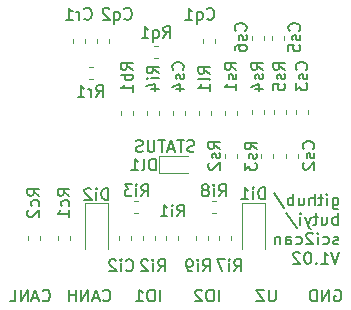
<source format=gbr>
G04 #@! TF.GenerationSoftware,KiCad,Pcbnew,5.1.6-c6e7f7d~86~ubuntu18.04.1*
G04 #@! TF.CreationDate,2020-06-11T15:17:01+02:00*
G04 #@! TF.ProjectId,sci2can,73636932-6361-46e2-9e6b-696361645f70,1.02*
G04 #@! TF.SameCoordinates,Original*
G04 #@! TF.FileFunction,Legend,Bot*
G04 #@! TF.FilePolarity,Positive*
%FSLAX46Y46*%
G04 Gerber Fmt 4.6, Leading zero omitted, Abs format (unit mm)*
G04 Created by KiCad (PCBNEW 5.1.6-c6e7f7d~86~ubuntu18.04.1) date 2020-06-11 15:17:01*
%MOMM*%
%LPD*%
G01*
G04 APERTURE LIST*
%ADD10C,0.200000*%
%ADD11C,0.150000*%
%ADD12C,0.120000*%
G04 APERTURE END LIST*
D10*
X224311904Y-100150000D02*
X224407142Y-100102380D01*
X224550000Y-100102380D01*
X224692857Y-100150000D01*
X224788095Y-100245238D01*
X224835714Y-100340476D01*
X224883333Y-100530952D01*
X224883333Y-100673809D01*
X224835714Y-100864285D01*
X224788095Y-100959523D01*
X224692857Y-101054761D01*
X224550000Y-101102380D01*
X224454761Y-101102380D01*
X224311904Y-101054761D01*
X224264285Y-101007142D01*
X224264285Y-100673809D01*
X224454761Y-100673809D01*
X223835714Y-101102380D02*
X223835714Y-100102380D01*
X223264285Y-101102380D01*
X223264285Y-100102380D01*
X222788095Y-101102380D02*
X222788095Y-100102380D01*
X222550000Y-100102380D01*
X222407142Y-100150000D01*
X222311904Y-100245238D01*
X222264285Y-100340476D01*
X222216666Y-100530952D01*
X222216666Y-100673809D01*
X222264285Y-100864285D01*
X222311904Y-100959523D01*
X222407142Y-101054761D01*
X222550000Y-101102380D01*
X222788095Y-101102380D01*
X214550000Y-101102380D02*
X214550000Y-100102380D01*
X213883333Y-100102380D02*
X213692857Y-100102380D01*
X213597619Y-100150000D01*
X213502380Y-100245238D01*
X213454761Y-100435714D01*
X213454761Y-100769047D01*
X213502380Y-100959523D01*
X213597619Y-101054761D01*
X213692857Y-101102380D01*
X213883333Y-101102380D01*
X213978571Y-101054761D01*
X214073809Y-100959523D01*
X214121428Y-100769047D01*
X214121428Y-100435714D01*
X214073809Y-100245238D01*
X213978571Y-100150000D01*
X213883333Y-100102380D01*
X213073809Y-100197619D02*
X213026190Y-100150000D01*
X212930952Y-100102380D01*
X212692857Y-100102380D01*
X212597619Y-100150000D01*
X212550000Y-100197619D01*
X212502380Y-100292857D01*
X212502380Y-100388095D01*
X212550000Y-100530952D01*
X213121428Y-101102380D01*
X212502380Y-101102380D01*
X219311904Y-100102380D02*
X219311904Y-100911904D01*
X219264285Y-101007142D01*
X219216666Y-101054761D01*
X219121428Y-101102380D01*
X218930952Y-101102380D01*
X218835714Y-101054761D01*
X218788095Y-101007142D01*
X218740476Y-100911904D01*
X218740476Y-100102380D01*
X218359523Y-100102380D02*
X217692857Y-100102380D01*
X218359523Y-101102380D01*
X217692857Y-101102380D01*
X209550000Y-101102380D02*
X209550000Y-100102380D01*
X208883333Y-100102380D02*
X208692857Y-100102380D01*
X208597619Y-100150000D01*
X208502380Y-100245238D01*
X208454761Y-100435714D01*
X208454761Y-100769047D01*
X208502380Y-100959523D01*
X208597619Y-101054761D01*
X208692857Y-101102380D01*
X208883333Y-101102380D01*
X208978571Y-101054761D01*
X209073809Y-100959523D01*
X209121428Y-100769047D01*
X209121428Y-100435714D01*
X209073809Y-100245238D01*
X208978571Y-100150000D01*
X208883333Y-100102380D01*
X207502380Y-101102380D02*
X208073809Y-101102380D01*
X207788095Y-101102380D02*
X207788095Y-100102380D01*
X207883333Y-100245238D01*
X207978571Y-100340476D01*
X208073809Y-100388095D01*
X204716666Y-101007142D02*
X204764285Y-101054761D01*
X204907142Y-101102380D01*
X205002380Y-101102380D01*
X205145238Y-101054761D01*
X205240476Y-100959523D01*
X205288095Y-100864285D01*
X205335714Y-100673809D01*
X205335714Y-100530952D01*
X205288095Y-100340476D01*
X205240476Y-100245238D01*
X205145238Y-100150000D01*
X205002380Y-100102380D01*
X204907142Y-100102380D01*
X204764285Y-100150000D01*
X204716666Y-100197619D01*
X204335714Y-100816666D02*
X203859523Y-100816666D01*
X204430952Y-101102380D02*
X204097619Y-100102380D01*
X203764285Y-101102380D01*
X203430952Y-101102380D02*
X203430952Y-100102380D01*
X202859523Y-101102380D01*
X202859523Y-100102380D01*
X202383333Y-101102380D02*
X202383333Y-100102380D01*
X202383333Y-100578571D02*
X201811904Y-100578571D01*
X201811904Y-101102380D02*
X201811904Y-100102380D01*
X199597619Y-101007142D02*
X199645238Y-101054761D01*
X199788095Y-101102380D01*
X199883333Y-101102380D01*
X200026190Y-101054761D01*
X200121428Y-100959523D01*
X200169047Y-100864285D01*
X200216666Y-100673809D01*
X200216666Y-100530952D01*
X200169047Y-100340476D01*
X200121428Y-100245238D01*
X200026190Y-100150000D01*
X199883333Y-100102380D01*
X199788095Y-100102380D01*
X199645238Y-100150000D01*
X199597619Y-100197619D01*
X199216666Y-100816666D02*
X198740476Y-100816666D01*
X199311904Y-101102380D02*
X198978571Y-100102380D01*
X198645238Y-101102380D01*
X198311904Y-101102380D02*
X198311904Y-100102380D01*
X197740476Y-101102380D01*
X197740476Y-100102380D01*
X196788095Y-101102380D02*
X197264285Y-101102380D01*
X197264285Y-100102380D01*
D11*
X224135833Y-92310714D02*
X224135833Y-93120238D01*
X224183452Y-93215476D01*
X224231071Y-93263095D01*
X224326309Y-93310714D01*
X224469166Y-93310714D01*
X224564404Y-93263095D01*
X224135833Y-92929761D02*
X224231071Y-92977380D01*
X224421547Y-92977380D01*
X224516785Y-92929761D01*
X224564404Y-92882142D01*
X224612023Y-92786904D01*
X224612023Y-92501190D01*
X224564404Y-92405952D01*
X224516785Y-92358333D01*
X224421547Y-92310714D01*
X224231071Y-92310714D01*
X224135833Y-92358333D01*
X223659642Y-92977380D02*
X223659642Y-92310714D01*
X223659642Y-91977380D02*
X223707261Y-92025000D01*
X223659642Y-92072619D01*
X223612023Y-92025000D01*
X223659642Y-91977380D01*
X223659642Y-92072619D01*
X223326309Y-92310714D02*
X222945357Y-92310714D01*
X223183452Y-91977380D02*
X223183452Y-92834523D01*
X223135833Y-92929761D01*
X223040595Y-92977380D01*
X222945357Y-92977380D01*
X222612023Y-92977380D02*
X222612023Y-91977380D01*
X222183452Y-92977380D02*
X222183452Y-92453571D01*
X222231071Y-92358333D01*
X222326309Y-92310714D01*
X222469166Y-92310714D01*
X222564404Y-92358333D01*
X222612023Y-92405952D01*
X221278690Y-92310714D02*
X221278690Y-92977380D01*
X221707261Y-92310714D02*
X221707261Y-92834523D01*
X221659642Y-92929761D01*
X221564404Y-92977380D01*
X221421547Y-92977380D01*
X221326309Y-92929761D01*
X221278690Y-92882142D01*
X220802500Y-92977380D02*
X220802500Y-91977380D01*
X220802500Y-92358333D02*
X220707261Y-92310714D01*
X220516785Y-92310714D01*
X220421547Y-92358333D01*
X220373928Y-92405952D01*
X220326309Y-92501190D01*
X220326309Y-92786904D01*
X220373928Y-92882142D01*
X220421547Y-92929761D01*
X220516785Y-92977380D01*
X220707261Y-92977380D01*
X220802500Y-92929761D01*
X219183452Y-91929761D02*
X220040595Y-93215476D01*
X224564404Y-94627380D02*
X224564404Y-93627380D01*
X224564404Y-94008333D02*
X224469166Y-93960714D01*
X224278690Y-93960714D01*
X224183452Y-94008333D01*
X224135833Y-94055952D01*
X224088214Y-94151190D01*
X224088214Y-94436904D01*
X224135833Y-94532142D01*
X224183452Y-94579761D01*
X224278690Y-94627380D01*
X224469166Y-94627380D01*
X224564404Y-94579761D01*
X223231071Y-93960714D02*
X223231071Y-94627380D01*
X223659642Y-93960714D02*
X223659642Y-94484523D01*
X223612023Y-94579761D01*
X223516785Y-94627380D01*
X223373928Y-94627380D01*
X223278690Y-94579761D01*
X223231071Y-94532142D01*
X222897738Y-93960714D02*
X222516785Y-93960714D01*
X222754880Y-93627380D02*
X222754880Y-94484523D01*
X222707261Y-94579761D01*
X222612023Y-94627380D01*
X222516785Y-94627380D01*
X222278690Y-93960714D02*
X222040595Y-94627380D01*
X221802500Y-93960714D02*
X222040595Y-94627380D01*
X222135833Y-94865476D01*
X222183452Y-94913095D01*
X222278690Y-94960714D01*
X221421547Y-94627380D02*
X221421547Y-93960714D01*
X221421547Y-93627380D02*
X221469166Y-93675000D01*
X221421547Y-93722619D01*
X221373928Y-93675000D01*
X221421547Y-93627380D01*
X221421547Y-93722619D01*
X220231071Y-93579761D02*
X221088214Y-94865476D01*
X224612023Y-96229761D02*
X224516785Y-96277380D01*
X224326309Y-96277380D01*
X224231071Y-96229761D01*
X224183452Y-96134523D01*
X224183452Y-96086904D01*
X224231071Y-95991666D01*
X224326309Y-95944047D01*
X224469166Y-95944047D01*
X224564404Y-95896428D01*
X224612023Y-95801190D01*
X224612023Y-95753571D01*
X224564404Y-95658333D01*
X224469166Y-95610714D01*
X224326309Y-95610714D01*
X224231071Y-95658333D01*
X223326309Y-96229761D02*
X223421547Y-96277380D01*
X223612023Y-96277380D01*
X223707261Y-96229761D01*
X223754880Y-96182142D01*
X223802500Y-96086904D01*
X223802500Y-95801190D01*
X223754880Y-95705952D01*
X223707261Y-95658333D01*
X223612023Y-95610714D01*
X223421547Y-95610714D01*
X223326309Y-95658333D01*
X222897738Y-96277380D02*
X222897738Y-95610714D01*
X222897738Y-95277380D02*
X222945357Y-95325000D01*
X222897738Y-95372619D01*
X222850119Y-95325000D01*
X222897738Y-95277380D01*
X222897738Y-95372619D01*
X222469166Y-95372619D02*
X222421547Y-95325000D01*
X222326309Y-95277380D01*
X222088214Y-95277380D01*
X221992976Y-95325000D01*
X221945357Y-95372619D01*
X221897738Y-95467857D01*
X221897738Y-95563095D01*
X221945357Y-95705952D01*
X222516785Y-96277380D01*
X221897738Y-96277380D01*
X221040595Y-96229761D02*
X221135833Y-96277380D01*
X221326309Y-96277380D01*
X221421547Y-96229761D01*
X221469166Y-96182142D01*
X221516785Y-96086904D01*
X221516785Y-95801190D01*
X221469166Y-95705952D01*
X221421547Y-95658333D01*
X221326309Y-95610714D01*
X221135833Y-95610714D01*
X221040595Y-95658333D01*
X220183452Y-96277380D02*
X220183452Y-95753571D01*
X220231071Y-95658333D01*
X220326309Y-95610714D01*
X220516785Y-95610714D01*
X220612023Y-95658333D01*
X220183452Y-96229761D02*
X220278690Y-96277380D01*
X220516785Y-96277380D01*
X220612023Y-96229761D01*
X220659642Y-96134523D01*
X220659642Y-96039285D01*
X220612023Y-95944047D01*
X220516785Y-95896428D01*
X220278690Y-95896428D01*
X220183452Y-95848809D01*
X219707261Y-95610714D02*
X219707261Y-96277380D01*
X219707261Y-95705952D02*
X219659642Y-95658333D01*
X219564404Y-95610714D01*
X219421547Y-95610714D01*
X219326309Y-95658333D01*
X219278690Y-95753571D01*
X219278690Y-96277380D01*
X224707261Y-96927380D02*
X224373928Y-97927380D01*
X224040595Y-96927380D01*
X223183452Y-97927380D02*
X223754880Y-97927380D01*
X223469166Y-97927380D02*
X223469166Y-96927380D01*
X223564404Y-97070238D01*
X223659642Y-97165476D01*
X223754880Y-97213095D01*
X222754880Y-97832142D02*
X222707261Y-97879761D01*
X222754880Y-97927380D01*
X222802500Y-97879761D01*
X222754880Y-97832142D01*
X222754880Y-97927380D01*
X222088214Y-96927380D02*
X221992976Y-96927380D01*
X221897738Y-96975000D01*
X221850119Y-97022619D01*
X221802500Y-97117857D01*
X221754880Y-97308333D01*
X221754880Y-97546428D01*
X221802500Y-97736904D01*
X221850119Y-97832142D01*
X221897738Y-97879761D01*
X221992976Y-97927380D01*
X222088214Y-97927380D01*
X222183452Y-97879761D01*
X222231071Y-97832142D01*
X222278690Y-97736904D01*
X222326309Y-97546428D01*
X222326309Y-97308333D01*
X222278690Y-97117857D01*
X222231071Y-97022619D01*
X222183452Y-96975000D01*
X222088214Y-96927380D01*
X221373928Y-97022619D02*
X221326309Y-96975000D01*
X221231071Y-96927380D01*
X220992976Y-96927380D01*
X220897738Y-96975000D01*
X220850119Y-97022619D01*
X220802500Y-97117857D01*
X220802500Y-97213095D01*
X220850119Y-97355952D01*
X221421547Y-97927380D01*
X220802500Y-97927380D01*
D12*
X203150000Y-92750000D02*
X205150000Y-92750000D01*
X205150000Y-92750000D02*
X205150000Y-96650000D01*
X203150000Y-92750000D02*
X203150000Y-96650000D01*
X216450000Y-92750000D02*
X218450000Y-92750000D01*
X218450000Y-92750000D02*
X218450000Y-96650000D01*
X216450000Y-92750000D02*
X216450000Y-96650000D01*
X213560000Y-95896267D02*
X213560000Y-95553733D01*
X212540000Y-95896267D02*
X212540000Y-95553733D01*
X213953733Y-93610000D02*
X214296267Y-93610000D01*
X213953733Y-92590000D02*
X214296267Y-92590000D01*
X214540000Y-95553733D02*
X214540000Y-95896267D01*
X215560000Y-95553733D02*
X215560000Y-95896267D01*
X221040000Y-85271267D02*
X221040000Y-84928733D01*
X222060000Y-85271267D02*
X222060000Y-84928733D01*
X217340000Y-78946267D02*
X217340000Y-78603733D01*
X218360000Y-78946267D02*
X218360000Y-78603733D01*
X221210000Y-88653733D02*
X221210000Y-88996267D01*
X220190000Y-88653733D02*
X220190000Y-88996267D01*
X219140000Y-84928733D02*
X219140000Y-85271267D01*
X220160000Y-84928733D02*
X220160000Y-85271267D01*
X217290000Y-84928733D02*
X217290000Y-85271267D01*
X218310000Y-84928733D02*
X218310000Y-85271267D01*
X219110000Y-88971267D02*
X219110000Y-88628733D01*
X218090000Y-88971267D02*
X218090000Y-88628733D01*
X210040000Y-95553733D02*
X210040000Y-95896267D01*
X211060000Y-95553733D02*
X211060000Y-95896267D01*
X209460000Y-85296267D02*
X209460000Y-84953733D01*
X208440000Y-85296267D02*
X208440000Y-84953733D01*
X206090000Y-95553733D02*
X206090000Y-95896267D01*
X207110000Y-95553733D02*
X207110000Y-95896267D01*
X215040000Y-88628733D02*
X215040000Y-88971267D01*
X216060000Y-88628733D02*
X216060000Y-88971267D01*
X216060000Y-85296267D02*
X216060000Y-84953733D01*
X215040000Y-85296267D02*
X215040000Y-84953733D01*
X209110000Y-95553733D02*
X209110000Y-95896267D01*
X208090000Y-95553733D02*
X208090000Y-95896267D01*
X200890000Y-95578733D02*
X200890000Y-95921267D01*
X201910000Y-95578733D02*
X201910000Y-95921267D01*
X198340000Y-95578733D02*
X198340000Y-95921267D01*
X199360000Y-95578733D02*
X199360000Y-95921267D01*
X209371267Y-79490000D02*
X209028733Y-79490000D01*
X209371267Y-80510000D02*
X209028733Y-80510000D01*
X207696267Y-93610000D02*
X207353733Y-93610000D01*
X207696267Y-92590000D02*
X207353733Y-92590000D01*
X212790000Y-84953733D02*
X212790000Y-85296267D01*
X213810000Y-84953733D02*
X213810000Y-85296267D01*
X203478733Y-82310000D02*
X203821267Y-82310000D01*
X203478733Y-81290000D02*
X203821267Y-81290000D01*
X206240000Y-84953733D02*
X206240000Y-85296267D01*
X207260000Y-84953733D02*
X207260000Y-85296267D01*
X211900000Y-90235000D02*
X209440000Y-90235000D01*
X209440000Y-90235000D02*
X209440000Y-88765000D01*
X209440000Y-88765000D02*
X211900000Y-88765000D01*
X205210000Y-79221267D02*
X205210000Y-78878733D01*
X204190000Y-79221267D02*
X204190000Y-78878733D01*
X214160000Y-79221267D02*
X214160000Y-78878733D01*
X213140000Y-79221267D02*
X213140000Y-78878733D01*
X203160000Y-79221267D02*
X203160000Y-78878733D01*
X202140000Y-79221267D02*
X202140000Y-78878733D01*
X220060000Y-78946267D02*
X220060000Y-78603733D01*
X219040000Y-78946267D02*
X219040000Y-78603733D01*
X210590000Y-84953733D02*
X210590000Y-85296267D01*
X211610000Y-84953733D02*
X211610000Y-85296267D01*
D11*
X205126190Y-92502380D02*
X205126190Y-91502380D01*
X204888095Y-91502380D01*
X204745238Y-91550000D01*
X204650000Y-91645238D01*
X204602380Y-91740476D01*
X204554761Y-91930952D01*
X204554761Y-92073809D01*
X204602380Y-92264285D01*
X204650000Y-92359523D01*
X204745238Y-92454761D01*
X204888095Y-92502380D01*
X205126190Y-92502380D01*
X204126190Y-92502380D02*
X204126190Y-91835714D01*
X204126190Y-91502380D02*
X204173809Y-91550000D01*
X204126190Y-91597619D01*
X204078571Y-91550000D01*
X204126190Y-91502380D01*
X204126190Y-91597619D01*
X203697619Y-91597619D02*
X203650000Y-91550000D01*
X203554761Y-91502380D01*
X203316666Y-91502380D01*
X203221428Y-91550000D01*
X203173809Y-91597619D01*
X203126190Y-91692857D01*
X203126190Y-91788095D01*
X203173809Y-91930952D01*
X203745238Y-92502380D01*
X203126190Y-92502380D01*
X218426190Y-92452380D02*
X218426190Y-91452380D01*
X218188095Y-91452380D01*
X218045238Y-91500000D01*
X217950000Y-91595238D01*
X217902380Y-91690476D01*
X217854761Y-91880952D01*
X217854761Y-92023809D01*
X217902380Y-92214285D01*
X217950000Y-92309523D01*
X218045238Y-92404761D01*
X218188095Y-92452380D01*
X218426190Y-92452380D01*
X217426190Y-92452380D02*
X217426190Y-91785714D01*
X217426190Y-91452380D02*
X217473809Y-91500000D01*
X217426190Y-91547619D01*
X217378571Y-91500000D01*
X217426190Y-91452380D01*
X217426190Y-91547619D01*
X216426190Y-92452380D02*
X216997619Y-92452380D01*
X216711904Y-92452380D02*
X216711904Y-91452380D01*
X216807142Y-91595238D01*
X216902380Y-91690476D01*
X216997619Y-91738095D01*
X213154761Y-98552380D02*
X213488095Y-98076190D01*
X213726190Y-98552380D02*
X213726190Y-97552380D01*
X213345238Y-97552380D01*
X213250000Y-97600000D01*
X213202380Y-97647619D01*
X213154761Y-97742857D01*
X213154761Y-97885714D01*
X213202380Y-97980952D01*
X213250000Y-98028571D01*
X213345238Y-98076190D01*
X213726190Y-98076190D01*
X212726190Y-98552380D02*
X212726190Y-97885714D01*
X212726190Y-97552380D02*
X212773809Y-97600000D01*
X212726190Y-97647619D01*
X212678571Y-97600000D01*
X212726190Y-97552380D01*
X212726190Y-97647619D01*
X212202380Y-98552380D02*
X212011904Y-98552380D01*
X211916666Y-98504761D01*
X211869047Y-98457142D01*
X211773809Y-98314285D01*
X211726190Y-98123809D01*
X211726190Y-97742857D01*
X211773809Y-97647619D01*
X211821428Y-97600000D01*
X211916666Y-97552380D01*
X212107142Y-97552380D01*
X212202380Y-97600000D01*
X212250000Y-97647619D01*
X212297619Y-97742857D01*
X212297619Y-97980952D01*
X212250000Y-98076190D01*
X212202380Y-98123809D01*
X212107142Y-98171428D01*
X211916666Y-98171428D01*
X211821428Y-98123809D01*
X211773809Y-98076190D01*
X211726190Y-97980952D01*
X214504761Y-92202380D02*
X214838095Y-91726190D01*
X215076190Y-92202380D02*
X215076190Y-91202380D01*
X214695238Y-91202380D01*
X214600000Y-91250000D01*
X214552380Y-91297619D01*
X214504761Y-91392857D01*
X214504761Y-91535714D01*
X214552380Y-91630952D01*
X214600000Y-91678571D01*
X214695238Y-91726190D01*
X215076190Y-91726190D01*
X214076190Y-92202380D02*
X214076190Y-91535714D01*
X214076190Y-91202380D02*
X214123809Y-91250000D01*
X214076190Y-91297619D01*
X214028571Y-91250000D01*
X214076190Y-91202380D01*
X214076190Y-91297619D01*
X213457142Y-91630952D02*
X213552380Y-91583333D01*
X213600000Y-91535714D01*
X213647619Y-91440476D01*
X213647619Y-91392857D01*
X213600000Y-91297619D01*
X213552380Y-91250000D01*
X213457142Y-91202380D01*
X213266666Y-91202380D01*
X213171428Y-91250000D01*
X213123809Y-91297619D01*
X213076190Y-91392857D01*
X213076190Y-91440476D01*
X213123809Y-91535714D01*
X213171428Y-91583333D01*
X213266666Y-91630952D01*
X213457142Y-91630952D01*
X213552380Y-91678571D01*
X213600000Y-91726190D01*
X213647619Y-91821428D01*
X213647619Y-92011904D01*
X213600000Y-92107142D01*
X213552380Y-92154761D01*
X213457142Y-92202380D01*
X213266666Y-92202380D01*
X213171428Y-92154761D01*
X213123809Y-92107142D01*
X213076190Y-92011904D01*
X213076190Y-91821428D01*
X213123809Y-91726190D01*
X213171428Y-91678571D01*
X213266666Y-91630952D01*
X215804761Y-98552380D02*
X216138095Y-98076190D01*
X216376190Y-98552380D02*
X216376190Y-97552380D01*
X215995238Y-97552380D01*
X215900000Y-97600000D01*
X215852380Y-97647619D01*
X215804761Y-97742857D01*
X215804761Y-97885714D01*
X215852380Y-97980952D01*
X215900000Y-98028571D01*
X215995238Y-98076190D01*
X216376190Y-98076190D01*
X215376190Y-98552380D02*
X215376190Y-97885714D01*
X215376190Y-97552380D02*
X215423809Y-97600000D01*
X215376190Y-97647619D01*
X215328571Y-97600000D01*
X215376190Y-97552380D01*
X215376190Y-97647619D01*
X214995238Y-97552380D02*
X214328571Y-97552380D01*
X214757142Y-98552380D01*
X221907142Y-81478571D02*
X221954761Y-81430952D01*
X222002380Y-81288095D01*
X222002380Y-81192857D01*
X221954761Y-81050000D01*
X221859523Y-80954761D01*
X221764285Y-80907142D01*
X221573809Y-80859523D01*
X221430952Y-80859523D01*
X221240476Y-80907142D01*
X221145238Y-80954761D01*
X221050000Y-81050000D01*
X221002380Y-81192857D01*
X221002380Y-81288095D01*
X221050000Y-81430952D01*
X221097619Y-81478571D01*
X221954761Y-81859523D02*
X222002380Y-81954761D01*
X222002380Y-82145238D01*
X221954761Y-82240476D01*
X221859523Y-82288095D01*
X221811904Y-82288095D01*
X221716666Y-82240476D01*
X221669047Y-82145238D01*
X221669047Y-82002380D01*
X221621428Y-81907142D01*
X221526190Y-81859523D01*
X221478571Y-81859523D01*
X221383333Y-81907142D01*
X221335714Y-82002380D01*
X221335714Y-82145238D01*
X221383333Y-82240476D01*
X221002380Y-82621428D02*
X221002380Y-83240476D01*
X221383333Y-82907142D01*
X221383333Y-83050000D01*
X221430952Y-83145238D01*
X221478571Y-83192857D01*
X221573809Y-83240476D01*
X221811904Y-83240476D01*
X221907142Y-83192857D01*
X221954761Y-83145238D01*
X222002380Y-83050000D01*
X222002380Y-82764285D01*
X221954761Y-82669047D01*
X221907142Y-82621428D01*
X216757142Y-78178571D02*
X216804761Y-78130952D01*
X216852380Y-77988095D01*
X216852380Y-77892857D01*
X216804761Y-77750000D01*
X216709523Y-77654761D01*
X216614285Y-77607142D01*
X216423809Y-77559523D01*
X216280952Y-77559523D01*
X216090476Y-77607142D01*
X215995238Y-77654761D01*
X215900000Y-77750000D01*
X215852380Y-77892857D01*
X215852380Y-77988095D01*
X215900000Y-78130952D01*
X215947619Y-78178571D01*
X216804761Y-78559523D02*
X216852380Y-78654761D01*
X216852380Y-78845238D01*
X216804761Y-78940476D01*
X216709523Y-78988095D01*
X216661904Y-78988095D01*
X216566666Y-78940476D01*
X216519047Y-78845238D01*
X216519047Y-78702380D01*
X216471428Y-78607142D01*
X216376190Y-78559523D01*
X216328571Y-78559523D01*
X216233333Y-78607142D01*
X216185714Y-78702380D01*
X216185714Y-78845238D01*
X216233333Y-78940476D01*
X215852380Y-79845238D02*
X215852380Y-79654761D01*
X215900000Y-79559523D01*
X215947619Y-79511904D01*
X216090476Y-79416666D01*
X216280952Y-79369047D01*
X216661904Y-79369047D01*
X216757142Y-79416666D01*
X216804761Y-79464285D01*
X216852380Y-79559523D01*
X216852380Y-79750000D01*
X216804761Y-79845238D01*
X216757142Y-79892857D01*
X216661904Y-79940476D01*
X216423809Y-79940476D01*
X216328571Y-79892857D01*
X216280952Y-79845238D01*
X216233333Y-79750000D01*
X216233333Y-79559523D01*
X216280952Y-79464285D01*
X216328571Y-79416666D01*
X216423809Y-79369047D01*
X217702380Y-88228571D02*
X217226190Y-87895238D01*
X217702380Y-87657142D02*
X216702380Y-87657142D01*
X216702380Y-88038095D01*
X216750000Y-88133333D01*
X216797619Y-88180952D01*
X216892857Y-88228571D01*
X217035714Y-88228571D01*
X217130952Y-88180952D01*
X217178571Y-88133333D01*
X217226190Y-88038095D01*
X217226190Y-87657142D01*
X217654761Y-88609523D02*
X217702380Y-88704761D01*
X217702380Y-88895238D01*
X217654761Y-88990476D01*
X217559523Y-89038095D01*
X217511904Y-89038095D01*
X217416666Y-88990476D01*
X217369047Y-88895238D01*
X217369047Y-88752380D01*
X217321428Y-88657142D01*
X217226190Y-88609523D01*
X217178571Y-88609523D01*
X217083333Y-88657142D01*
X217035714Y-88752380D01*
X217035714Y-88895238D01*
X217083333Y-88990476D01*
X216702380Y-89371428D02*
X216702380Y-89990476D01*
X217083333Y-89657142D01*
X217083333Y-89800000D01*
X217130952Y-89895238D01*
X217178571Y-89942857D01*
X217273809Y-89990476D01*
X217511904Y-89990476D01*
X217607142Y-89942857D01*
X217654761Y-89895238D01*
X217702380Y-89800000D01*
X217702380Y-89514285D01*
X217654761Y-89419047D01*
X217607142Y-89371428D01*
X220102380Y-81478571D02*
X219626190Y-81145238D01*
X220102380Y-80907142D02*
X219102380Y-80907142D01*
X219102380Y-81288095D01*
X219150000Y-81383333D01*
X219197619Y-81430952D01*
X219292857Y-81478571D01*
X219435714Y-81478571D01*
X219530952Y-81430952D01*
X219578571Y-81383333D01*
X219626190Y-81288095D01*
X219626190Y-80907142D01*
X220054761Y-81859523D02*
X220102380Y-81954761D01*
X220102380Y-82145238D01*
X220054761Y-82240476D01*
X219959523Y-82288095D01*
X219911904Y-82288095D01*
X219816666Y-82240476D01*
X219769047Y-82145238D01*
X219769047Y-82002380D01*
X219721428Y-81907142D01*
X219626190Y-81859523D01*
X219578571Y-81859523D01*
X219483333Y-81907142D01*
X219435714Y-82002380D01*
X219435714Y-82145238D01*
X219483333Y-82240476D01*
X219102380Y-83192857D02*
X219102380Y-82716666D01*
X219578571Y-82669047D01*
X219530952Y-82716666D01*
X219483333Y-82811904D01*
X219483333Y-83050000D01*
X219530952Y-83145238D01*
X219578571Y-83192857D01*
X219673809Y-83240476D01*
X219911904Y-83240476D01*
X220007142Y-83192857D01*
X220054761Y-83145238D01*
X220102380Y-83050000D01*
X220102380Y-82811904D01*
X220054761Y-82716666D01*
X220007142Y-82669047D01*
X218252380Y-81478571D02*
X217776190Y-81145238D01*
X218252380Y-80907142D02*
X217252380Y-80907142D01*
X217252380Y-81288095D01*
X217300000Y-81383333D01*
X217347619Y-81430952D01*
X217442857Y-81478571D01*
X217585714Y-81478571D01*
X217680952Y-81430952D01*
X217728571Y-81383333D01*
X217776190Y-81288095D01*
X217776190Y-80907142D01*
X218204761Y-81859523D02*
X218252380Y-81954761D01*
X218252380Y-82145238D01*
X218204761Y-82240476D01*
X218109523Y-82288095D01*
X218061904Y-82288095D01*
X217966666Y-82240476D01*
X217919047Y-82145238D01*
X217919047Y-82002380D01*
X217871428Y-81907142D01*
X217776190Y-81859523D01*
X217728571Y-81859523D01*
X217633333Y-81907142D01*
X217585714Y-82002380D01*
X217585714Y-82145238D01*
X217633333Y-82240476D01*
X217585714Y-83145238D02*
X218252380Y-83145238D01*
X217204761Y-82907142D02*
X217919047Y-82669047D01*
X217919047Y-83288095D01*
X222507142Y-88178571D02*
X222554761Y-88130952D01*
X222602380Y-87988095D01*
X222602380Y-87892857D01*
X222554761Y-87750000D01*
X222459523Y-87654761D01*
X222364285Y-87607142D01*
X222173809Y-87559523D01*
X222030952Y-87559523D01*
X221840476Y-87607142D01*
X221745238Y-87654761D01*
X221650000Y-87750000D01*
X221602380Y-87892857D01*
X221602380Y-87988095D01*
X221650000Y-88130952D01*
X221697619Y-88178571D01*
X222554761Y-88559523D02*
X222602380Y-88654761D01*
X222602380Y-88845238D01*
X222554761Y-88940476D01*
X222459523Y-88988095D01*
X222411904Y-88988095D01*
X222316666Y-88940476D01*
X222269047Y-88845238D01*
X222269047Y-88702380D01*
X222221428Y-88607142D01*
X222126190Y-88559523D01*
X222078571Y-88559523D01*
X221983333Y-88607142D01*
X221935714Y-88702380D01*
X221935714Y-88845238D01*
X221983333Y-88940476D01*
X221697619Y-89369047D02*
X221650000Y-89416666D01*
X221602380Y-89511904D01*
X221602380Y-89750000D01*
X221650000Y-89845238D01*
X221697619Y-89892857D01*
X221792857Y-89940476D01*
X221888095Y-89940476D01*
X222030952Y-89892857D01*
X222602380Y-89321428D01*
X222602380Y-89940476D01*
X211004761Y-93902380D02*
X211338095Y-93426190D01*
X211576190Y-93902380D02*
X211576190Y-92902380D01*
X211195238Y-92902380D01*
X211100000Y-92950000D01*
X211052380Y-92997619D01*
X211004761Y-93092857D01*
X211004761Y-93235714D01*
X211052380Y-93330952D01*
X211100000Y-93378571D01*
X211195238Y-93426190D01*
X211576190Y-93426190D01*
X210576190Y-93902380D02*
X210576190Y-93235714D01*
X210576190Y-92902380D02*
X210623809Y-92950000D01*
X210576190Y-92997619D01*
X210528571Y-92950000D01*
X210576190Y-92902380D01*
X210576190Y-92997619D01*
X209576190Y-93902380D02*
X210147619Y-93902380D01*
X209861904Y-93902380D02*
X209861904Y-92902380D01*
X209957142Y-93045238D01*
X210052380Y-93140476D01*
X210147619Y-93188095D01*
X209402380Y-81795238D02*
X208926190Y-81461904D01*
X209402380Y-81223809D02*
X208402380Y-81223809D01*
X208402380Y-81604761D01*
X208450000Y-81700000D01*
X208497619Y-81747619D01*
X208592857Y-81795238D01*
X208735714Y-81795238D01*
X208830952Y-81747619D01*
X208878571Y-81700000D01*
X208926190Y-81604761D01*
X208926190Y-81223809D01*
X209402380Y-82223809D02*
X208735714Y-82223809D01*
X208402380Y-82223809D02*
X208450000Y-82176190D01*
X208497619Y-82223809D01*
X208450000Y-82271428D01*
X208402380Y-82223809D01*
X208497619Y-82223809D01*
X208735714Y-83128571D02*
X209402380Y-83128571D01*
X208354761Y-82890476D02*
X209069047Y-82652380D01*
X209069047Y-83271428D01*
X206654761Y-98457142D02*
X206702380Y-98504761D01*
X206845238Y-98552380D01*
X206940476Y-98552380D01*
X207083333Y-98504761D01*
X207178571Y-98409523D01*
X207226190Y-98314285D01*
X207273809Y-98123809D01*
X207273809Y-97980952D01*
X207226190Y-97790476D01*
X207178571Y-97695238D01*
X207083333Y-97600000D01*
X206940476Y-97552380D01*
X206845238Y-97552380D01*
X206702380Y-97600000D01*
X206654761Y-97647619D01*
X206226190Y-98552380D02*
X206226190Y-97885714D01*
X206226190Y-97552380D02*
X206273809Y-97600000D01*
X206226190Y-97647619D01*
X206178571Y-97600000D01*
X206226190Y-97552380D01*
X206226190Y-97647619D01*
X205797619Y-97647619D02*
X205750000Y-97600000D01*
X205654761Y-97552380D01*
X205416666Y-97552380D01*
X205321428Y-97600000D01*
X205273809Y-97647619D01*
X205226190Y-97742857D01*
X205226190Y-97838095D01*
X205273809Y-97980952D01*
X205845238Y-98552380D01*
X205226190Y-98552380D01*
X214602380Y-88178571D02*
X214126190Y-87845238D01*
X214602380Y-87607142D02*
X213602380Y-87607142D01*
X213602380Y-87988095D01*
X213650000Y-88083333D01*
X213697619Y-88130952D01*
X213792857Y-88178571D01*
X213935714Y-88178571D01*
X214030952Y-88130952D01*
X214078571Y-88083333D01*
X214126190Y-87988095D01*
X214126190Y-87607142D01*
X214554761Y-88559523D02*
X214602380Y-88654761D01*
X214602380Y-88845238D01*
X214554761Y-88940476D01*
X214459523Y-88988095D01*
X214411904Y-88988095D01*
X214316666Y-88940476D01*
X214269047Y-88845238D01*
X214269047Y-88702380D01*
X214221428Y-88607142D01*
X214126190Y-88559523D01*
X214078571Y-88559523D01*
X213983333Y-88607142D01*
X213935714Y-88702380D01*
X213935714Y-88845238D01*
X213983333Y-88940476D01*
X213697619Y-89369047D02*
X213650000Y-89416666D01*
X213602380Y-89511904D01*
X213602380Y-89750000D01*
X213650000Y-89845238D01*
X213697619Y-89892857D01*
X213792857Y-89940476D01*
X213888095Y-89940476D01*
X214030952Y-89892857D01*
X214602380Y-89321428D01*
X214602380Y-89940476D01*
X216002380Y-81478571D02*
X215526190Y-81145238D01*
X216002380Y-80907142D02*
X215002380Y-80907142D01*
X215002380Y-81288095D01*
X215050000Y-81383333D01*
X215097619Y-81430952D01*
X215192857Y-81478571D01*
X215335714Y-81478571D01*
X215430952Y-81430952D01*
X215478571Y-81383333D01*
X215526190Y-81288095D01*
X215526190Y-80907142D01*
X215954761Y-81859523D02*
X216002380Y-81954761D01*
X216002380Y-82145238D01*
X215954761Y-82240476D01*
X215859523Y-82288095D01*
X215811904Y-82288095D01*
X215716666Y-82240476D01*
X215669047Y-82145238D01*
X215669047Y-82002380D01*
X215621428Y-81907142D01*
X215526190Y-81859523D01*
X215478571Y-81859523D01*
X215383333Y-81907142D01*
X215335714Y-82002380D01*
X215335714Y-82145238D01*
X215383333Y-82240476D01*
X216002380Y-83240476D02*
X216002380Y-82669047D01*
X216002380Y-82954761D02*
X215002380Y-82954761D01*
X215145238Y-82859523D01*
X215240476Y-82764285D01*
X215288095Y-82669047D01*
X209354761Y-98552380D02*
X209688095Y-98076190D01*
X209926190Y-98552380D02*
X209926190Y-97552380D01*
X209545238Y-97552380D01*
X209450000Y-97600000D01*
X209402380Y-97647619D01*
X209354761Y-97742857D01*
X209354761Y-97885714D01*
X209402380Y-97980952D01*
X209450000Y-98028571D01*
X209545238Y-98076190D01*
X209926190Y-98076190D01*
X208926190Y-98552380D02*
X208926190Y-97885714D01*
X208926190Y-97552380D02*
X208973809Y-97600000D01*
X208926190Y-97647619D01*
X208878571Y-97600000D01*
X208926190Y-97552380D01*
X208926190Y-97647619D01*
X208497619Y-97647619D02*
X208450000Y-97600000D01*
X208354761Y-97552380D01*
X208116666Y-97552380D01*
X208021428Y-97600000D01*
X207973809Y-97647619D01*
X207926190Y-97742857D01*
X207926190Y-97838095D01*
X207973809Y-97980952D01*
X208545238Y-98552380D01*
X207926190Y-98552380D01*
X201852380Y-92154761D02*
X201376190Y-91821428D01*
X201852380Y-91583333D02*
X200852380Y-91583333D01*
X200852380Y-91964285D01*
X200900000Y-92059523D01*
X200947619Y-92107142D01*
X201042857Y-92154761D01*
X201185714Y-92154761D01*
X201280952Y-92107142D01*
X201328571Y-92059523D01*
X201376190Y-91964285D01*
X201376190Y-91583333D01*
X201804761Y-93011904D02*
X201852380Y-92916666D01*
X201852380Y-92726190D01*
X201804761Y-92630952D01*
X201757142Y-92583333D01*
X201661904Y-92535714D01*
X201376190Y-92535714D01*
X201280952Y-92583333D01*
X201233333Y-92630952D01*
X201185714Y-92726190D01*
X201185714Y-92916666D01*
X201233333Y-93011904D01*
X201852380Y-93964285D02*
X201852380Y-93392857D01*
X201852380Y-93678571D02*
X200852380Y-93678571D01*
X200995238Y-93583333D01*
X201090476Y-93488095D01*
X201138095Y-93392857D01*
X199302380Y-92154761D02*
X198826190Y-91821428D01*
X199302380Y-91583333D02*
X198302380Y-91583333D01*
X198302380Y-91964285D01*
X198350000Y-92059523D01*
X198397619Y-92107142D01*
X198492857Y-92154761D01*
X198635714Y-92154761D01*
X198730952Y-92107142D01*
X198778571Y-92059523D01*
X198826190Y-91964285D01*
X198826190Y-91583333D01*
X199254761Y-93011904D02*
X199302380Y-92916666D01*
X199302380Y-92726190D01*
X199254761Y-92630952D01*
X199207142Y-92583333D01*
X199111904Y-92535714D01*
X198826190Y-92535714D01*
X198730952Y-92583333D01*
X198683333Y-92630952D01*
X198635714Y-92726190D01*
X198635714Y-92916666D01*
X198683333Y-93011904D01*
X198397619Y-93392857D02*
X198350000Y-93440476D01*
X198302380Y-93535714D01*
X198302380Y-93773809D01*
X198350000Y-93869047D01*
X198397619Y-93916666D01*
X198492857Y-93964285D01*
X198588095Y-93964285D01*
X198730952Y-93916666D01*
X199302380Y-93345238D01*
X199302380Y-93964285D01*
X209819047Y-78802380D02*
X210152380Y-78326190D01*
X210390476Y-78802380D02*
X210390476Y-77802380D01*
X210009523Y-77802380D01*
X209914285Y-77850000D01*
X209866666Y-77897619D01*
X209819047Y-77992857D01*
X209819047Y-78135714D01*
X209866666Y-78230952D01*
X209914285Y-78278571D01*
X210009523Y-78326190D01*
X210390476Y-78326190D01*
X208961904Y-78135714D02*
X208961904Y-79135714D01*
X208961904Y-78754761D02*
X209057142Y-78802380D01*
X209247619Y-78802380D01*
X209342857Y-78754761D01*
X209390476Y-78707142D01*
X209438095Y-78611904D01*
X209438095Y-78326190D01*
X209390476Y-78230952D01*
X209342857Y-78183333D01*
X209247619Y-78135714D01*
X209057142Y-78135714D01*
X208961904Y-78183333D01*
X207961904Y-78802380D02*
X208533333Y-78802380D01*
X208247619Y-78802380D02*
X208247619Y-77802380D01*
X208342857Y-77945238D01*
X208438095Y-78040476D01*
X208533333Y-78088095D01*
X207954761Y-92202380D02*
X208288095Y-91726190D01*
X208526190Y-92202380D02*
X208526190Y-91202380D01*
X208145238Y-91202380D01*
X208050000Y-91250000D01*
X208002380Y-91297619D01*
X207954761Y-91392857D01*
X207954761Y-91535714D01*
X208002380Y-91630952D01*
X208050000Y-91678571D01*
X208145238Y-91726190D01*
X208526190Y-91726190D01*
X207526190Y-92202380D02*
X207526190Y-91535714D01*
X207526190Y-91202380D02*
X207573809Y-91250000D01*
X207526190Y-91297619D01*
X207478571Y-91250000D01*
X207526190Y-91202380D01*
X207526190Y-91297619D01*
X207145238Y-91202380D02*
X206526190Y-91202380D01*
X206859523Y-91583333D01*
X206716666Y-91583333D01*
X206621428Y-91630952D01*
X206573809Y-91678571D01*
X206526190Y-91773809D01*
X206526190Y-92011904D01*
X206573809Y-92107142D01*
X206621428Y-92154761D01*
X206716666Y-92202380D01*
X207002380Y-92202380D01*
X207097619Y-92154761D01*
X207145238Y-92107142D01*
X213752380Y-81821428D02*
X213276190Y-81488095D01*
X213752380Y-81250000D02*
X212752380Y-81250000D01*
X212752380Y-81630952D01*
X212800000Y-81726190D01*
X212847619Y-81773809D01*
X212942857Y-81821428D01*
X213085714Y-81821428D01*
X213180952Y-81773809D01*
X213228571Y-81726190D01*
X213276190Y-81630952D01*
X213276190Y-81250000D01*
X213752380Y-82392857D02*
X213704761Y-82297619D01*
X213609523Y-82250000D01*
X212752380Y-82250000D01*
X213752380Y-83297619D02*
X213752380Y-82726190D01*
X213752380Y-83011904D02*
X212752380Y-83011904D01*
X212895238Y-82916666D01*
X212990476Y-82821428D01*
X213038095Y-82726190D01*
X204126190Y-83802380D02*
X204459523Y-83326190D01*
X204697619Y-83802380D02*
X204697619Y-82802380D01*
X204316666Y-82802380D01*
X204221428Y-82850000D01*
X204173809Y-82897619D01*
X204126190Y-82992857D01*
X204126190Y-83135714D01*
X204173809Y-83230952D01*
X204221428Y-83278571D01*
X204316666Y-83326190D01*
X204697619Y-83326190D01*
X203697619Y-83802380D02*
X203697619Y-83135714D01*
X203697619Y-83326190D02*
X203650000Y-83230952D01*
X203602380Y-83183333D01*
X203507142Y-83135714D01*
X203411904Y-83135714D01*
X202554761Y-83802380D02*
X203126190Y-83802380D01*
X202840476Y-83802380D02*
X202840476Y-82802380D01*
X202935714Y-82945238D01*
X203030952Y-83040476D01*
X203126190Y-83088095D01*
X207202380Y-81480952D02*
X206726190Y-81147619D01*
X207202380Y-80909523D02*
X206202380Y-80909523D01*
X206202380Y-81290476D01*
X206250000Y-81385714D01*
X206297619Y-81433333D01*
X206392857Y-81480952D01*
X206535714Y-81480952D01*
X206630952Y-81433333D01*
X206678571Y-81385714D01*
X206726190Y-81290476D01*
X206726190Y-80909523D01*
X207202380Y-81909523D02*
X206202380Y-81909523D01*
X206583333Y-81909523D02*
X206535714Y-82004761D01*
X206535714Y-82195238D01*
X206583333Y-82290476D01*
X206630952Y-82338095D01*
X206726190Y-82385714D01*
X207011904Y-82385714D01*
X207107142Y-82338095D01*
X207154761Y-82290476D01*
X207202380Y-82195238D01*
X207202380Y-82004761D01*
X207154761Y-81909523D01*
X207202380Y-83338095D02*
X207202380Y-82766666D01*
X207202380Y-83052380D02*
X206202380Y-83052380D01*
X206345238Y-82957142D01*
X206440476Y-82861904D01*
X206488095Y-82766666D01*
X209150000Y-90002380D02*
X209150000Y-89002380D01*
X208911904Y-89002380D01*
X208769047Y-89050000D01*
X208673809Y-89145238D01*
X208626190Y-89240476D01*
X208578571Y-89430952D01*
X208578571Y-89573809D01*
X208626190Y-89764285D01*
X208673809Y-89859523D01*
X208769047Y-89954761D01*
X208911904Y-90002380D01*
X209150000Y-90002380D01*
X208007142Y-90002380D02*
X208102380Y-89954761D01*
X208150000Y-89859523D01*
X208150000Y-89002380D01*
X207102380Y-90002380D02*
X207673809Y-90002380D01*
X207388095Y-90002380D02*
X207388095Y-89002380D01*
X207483333Y-89145238D01*
X207578571Y-89240476D01*
X207673809Y-89288095D01*
X212426190Y-88404761D02*
X212283333Y-88452380D01*
X212045238Y-88452380D01*
X211950000Y-88404761D01*
X211902380Y-88357142D01*
X211854761Y-88261904D01*
X211854761Y-88166666D01*
X211902380Y-88071428D01*
X211950000Y-88023809D01*
X212045238Y-87976190D01*
X212235714Y-87928571D01*
X212330952Y-87880952D01*
X212378571Y-87833333D01*
X212426190Y-87738095D01*
X212426190Y-87642857D01*
X212378571Y-87547619D01*
X212330952Y-87500000D01*
X212235714Y-87452380D01*
X211997619Y-87452380D01*
X211854761Y-87500000D01*
X211569047Y-87452380D02*
X210997619Y-87452380D01*
X211283333Y-88452380D02*
X211283333Y-87452380D01*
X210711904Y-88166666D02*
X210235714Y-88166666D01*
X210807142Y-88452380D02*
X210473809Y-87452380D01*
X210140476Y-88452380D01*
X209950000Y-87452380D02*
X209378571Y-87452380D01*
X209664285Y-88452380D02*
X209664285Y-87452380D01*
X209045238Y-87452380D02*
X209045238Y-88261904D01*
X208997619Y-88357142D01*
X208950000Y-88404761D01*
X208854761Y-88452380D01*
X208664285Y-88452380D01*
X208569047Y-88404761D01*
X208521428Y-88357142D01*
X208473809Y-88261904D01*
X208473809Y-87452380D01*
X208045238Y-88404761D02*
X207902380Y-88452380D01*
X207664285Y-88452380D01*
X207569047Y-88404761D01*
X207521428Y-88357142D01*
X207473809Y-88261904D01*
X207473809Y-88166666D01*
X207521428Y-88071428D01*
X207569047Y-88023809D01*
X207664285Y-87976190D01*
X207854761Y-87928571D01*
X207950000Y-87880952D01*
X207997619Y-87833333D01*
X208045238Y-87738095D01*
X208045238Y-87642857D01*
X207997619Y-87547619D01*
X207950000Y-87500000D01*
X207854761Y-87452380D01*
X207616666Y-87452380D01*
X207473809Y-87500000D01*
X206519047Y-77157142D02*
X206566666Y-77204761D01*
X206709523Y-77252380D01*
X206804761Y-77252380D01*
X206947619Y-77204761D01*
X207042857Y-77109523D01*
X207090476Y-77014285D01*
X207138095Y-76823809D01*
X207138095Y-76680952D01*
X207090476Y-76490476D01*
X207042857Y-76395238D01*
X206947619Y-76300000D01*
X206804761Y-76252380D01*
X206709523Y-76252380D01*
X206566666Y-76300000D01*
X206519047Y-76347619D01*
X205661904Y-76585714D02*
X205661904Y-77585714D01*
X205661904Y-77204761D02*
X205757142Y-77252380D01*
X205947619Y-77252380D01*
X206042857Y-77204761D01*
X206090476Y-77157142D01*
X206138095Y-77061904D01*
X206138095Y-76776190D01*
X206090476Y-76680952D01*
X206042857Y-76633333D01*
X205947619Y-76585714D01*
X205757142Y-76585714D01*
X205661904Y-76633333D01*
X205233333Y-76347619D02*
X205185714Y-76300000D01*
X205090476Y-76252380D01*
X204852380Y-76252380D01*
X204757142Y-76300000D01*
X204709523Y-76347619D01*
X204661904Y-76442857D01*
X204661904Y-76538095D01*
X204709523Y-76680952D01*
X205280952Y-77252380D01*
X204661904Y-77252380D01*
X213519047Y-77157142D02*
X213566666Y-77204761D01*
X213709523Y-77252380D01*
X213804761Y-77252380D01*
X213947619Y-77204761D01*
X214042857Y-77109523D01*
X214090476Y-77014285D01*
X214138095Y-76823809D01*
X214138095Y-76680952D01*
X214090476Y-76490476D01*
X214042857Y-76395238D01*
X213947619Y-76300000D01*
X213804761Y-76252380D01*
X213709523Y-76252380D01*
X213566666Y-76300000D01*
X213519047Y-76347619D01*
X212661904Y-76585714D02*
X212661904Y-77585714D01*
X212661904Y-77204761D02*
X212757142Y-77252380D01*
X212947619Y-77252380D01*
X213042857Y-77204761D01*
X213090476Y-77157142D01*
X213138095Y-77061904D01*
X213138095Y-76776190D01*
X213090476Y-76680952D01*
X213042857Y-76633333D01*
X212947619Y-76585714D01*
X212757142Y-76585714D01*
X212661904Y-76633333D01*
X211661904Y-77252380D02*
X212233333Y-77252380D01*
X211947619Y-77252380D02*
X211947619Y-76252380D01*
X212042857Y-76395238D01*
X212138095Y-76490476D01*
X212233333Y-76538095D01*
X203126190Y-77157142D02*
X203173809Y-77204761D01*
X203316666Y-77252380D01*
X203411904Y-77252380D01*
X203554761Y-77204761D01*
X203650000Y-77109523D01*
X203697619Y-77014285D01*
X203745238Y-76823809D01*
X203745238Y-76680952D01*
X203697619Y-76490476D01*
X203650000Y-76395238D01*
X203554761Y-76300000D01*
X203411904Y-76252380D01*
X203316666Y-76252380D01*
X203173809Y-76300000D01*
X203126190Y-76347619D01*
X202697619Y-77252380D02*
X202697619Y-76585714D01*
X202697619Y-76776190D02*
X202650000Y-76680952D01*
X202602380Y-76633333D01*
X202507142Y-76585714D01*
X202411904Y-76585714D01*
X201554761Y-77252380D02*
X202126190Y-77252380D01*
X201840476Y-77252380D02*
X201840476Y-76252380D01*
X201935714Y-76395238D01*
X202030952Y-76490476D01*
X202126190Y-76538095D01*
X221307142Y-78178571D02*
X221354761Y-78130952D01*
X221402380Y-77988095D01*
X221402380Y-77892857D01*
X221354761Y-77750000D01*
X221259523Y-77654761D01*
X221164285Y-77607142D01*
X220973809Y-77559523D01*
X220830952Y-77559523D01*
X220640476Y-77607142D01*
X220545238Y-77654761D01*
X220450000Y-77750000D01*
X220402380Y-77892857D01*
X220402380Y-77988095D01*
X220450000Y-78130952D01*
X220497619Y-78178571D01*
X221354761Y-78559523D02*
X221402380Y-78654761D01*
X221402380Y-78845238D01*
X221354761Y-78940476D01*
X221259523Y-78988095D01*
X221211904Y-78988095D01*
X221116666Y-78940476D01*
X221069047Y-78845238D01*
X221069047Y-78702380D01*
X221021428Y-78607142D01*
X220926190Y-78559523D01*
X220878571Y-78559523D01*
X220783333Y-78607142D01*
X220735714Y-78702380D01*
X220735714Y-78845238D01*
X220783333Y-78940476D01*
X220402380Y-79892857D02*
X220402380Y-79416666D01*
X220878571Y-79369047D01*
X220830952Y-79416666D01*
X220783333Y-79511904D01*
X220783333Y-79750000D01*
X220830952Y-79845238D01*
X220878571Y-79892857D01*
X220973809Y-79940476D01*
X221211904Y-79940476D01*
X221307142Y-79892857D01*
X221354761Y-79845238D01*
X221402380Y-79750000D01*
X221402380Y-79511904D01*
X221354761Y-79416666D01*
X221307142Y-79369047D01*
X211457142Y-81478571D02*
X211504761Y-81430952D01*
X211552380Y-81288095D01*
X211552380Y-81192857D01*
X211504761Y-81050000D01*
X211409523Y-80954761D01*
X211314285Y-80907142D01*
X211123809Y-80859523D01*
X210980952Y-80859523D01*
X210790476Y-80907142D01*
X210695238Y-80954761D01*
X210600000Y-81050000D01*
X210552380Y-81192857D01*
X210552380Y-81288095D01*
X210600000Y-81430952D01*
X210647619Y-81478571D01*
X211504761Y-81859523D02*
X211552380Y-81954761D01*
X211552380Y-82145238D01*
X211504761Y-82240476D01*
X211409523Y-82288095D01*
X211361904Y-82288095D01*
X211266666Y-82240476D01*
X211219047Y-82145238D01*
X211219047Y-82002380D01*
X211171428Y-81907142D01*
X211076190Y-81859523D01*
X211028571Y-81859523D01*
X210933333Y-81907142D01*
X210885714Y-82002380D01*
X210885714Y-82145238D01*
X210933333Y-82240476D01*
X210885714Y-83145238D02*
X211552380Y-83145238D01*
X210504761Y-82907142D02*
X211219047Y-82669047D01*
X211219047Y-83288095D01*
M02*

</source>
